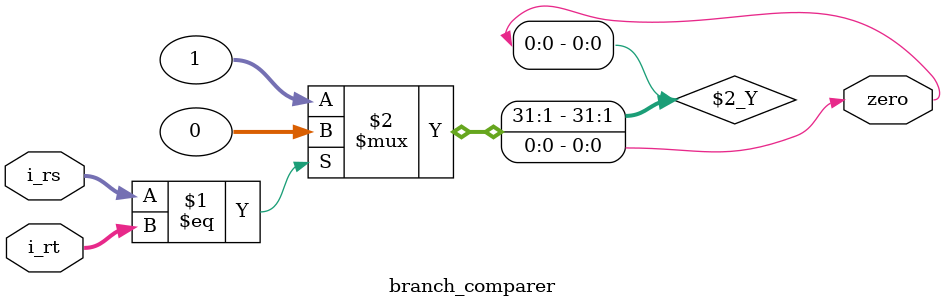
<source format=v>
module branch_comparer  #(
    parameter       RBITS   =   32
    )
    (
    //Entradas
    input   wire    [RBITS-1:0] i_rs    ,
    input   wire    [RBITS-1:0] i_rt    ,
    //Salidas
    output  wire                zero
    );
    
    assign zero =   (i_rs == i_rt) ? 0 : 1  ;
    
endmodule
</source>
